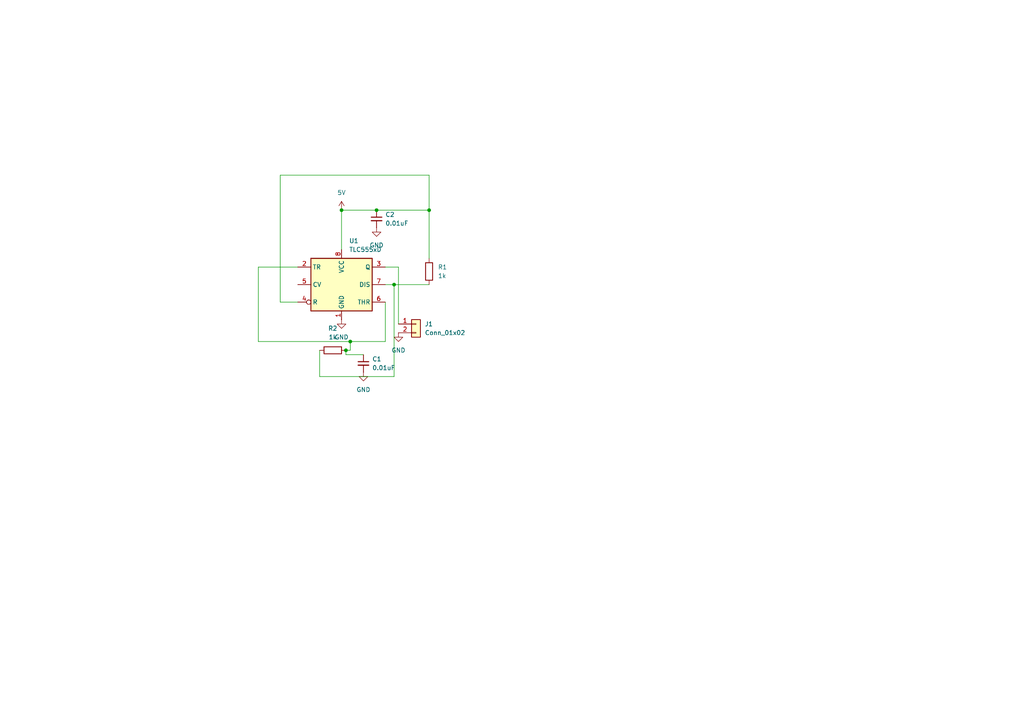
<source format=kicad_sch>
(kicad_sch
	(version 20231120)
	(generator "eeschema")
	(generator_version "8.0")
	(uuid "655388fb-6b04-4649-b615-f88732b028c7")
	(paper "A4")
	(lib_symbols
		(symbol "Connector_Generic:Conn_01x02"
			(pin_names
				(offset 1.016) hide)
			(exclude_from_sim no)
			(in_bom yes)
			(on_board yes)
			(property "Reference" "J"
				(at 0 2.54 0)
				(effects
					(font
						(size 1.27 1.27)
					)
				)
			)
			(property "Value" "Conn_01x02"
				(at 0 -5.08 0)
				(effects
					(font
						(size 1.27 1.27)
					)
				)
			)
			(property "Footprint" ""
				(at 0 0 0)
				(effects
					(font
						(size 1.27 1.27)
					)
					(hide yes)
				)
			)
			(property "Datasheet" "~"
				(at 0 0 0)
				(effects
					(font
						(size 1.27 1.27)
					)
					(hide yes)
				)
			)
			(property "Description" "Generic connector, single row, 01x02, script generated (kicad-library-utils/schlib/autogen/connector/)"
				(at 0 0 0)
				(effects
					(font
						(size 1.27 1.27)
					)
					(hide yes)
				)
			)
			(property "ki_keywords" "connector"
				(at 0 0 0)
				(effects
					(font
						(size 1.27 1.27)
					)
					(hide yes)
				)
			)
			(property "ki_fp_filters" "Connector*:*_1x??_*"
				(at 0 0 0)
				(effects
					(font
						(size 1.27 1.27)
					)
					(hide yes)
				)
			)
			(symbol "Conn_01x02_1_1"
				(rectangle
					(start -1.27 -2.413)
					(end 0 -2.667)
					(stroke
						(width 0.1524)
						(type default)
					)
					(fill
						(type none)
					)
				)
				(rectangle
					(start -1.27 0.127)
					(end 0 -0.127)
					(stroke
						(width 0.1524)
						(type default)
					)
					(fill
						(type none)
					)
				)
				(rectangle
					(start -1.27 1.27)
					(end 1.27 -3.81)
					(stroke
						(width 0.254)
						(type default)
					)
					(fill
						(type background)
					)
				)
				(pin passive line
					(at -5.08 0 0)
					(length 3.81)
					(name "Pin_1"
						(effects
							(font
								(size 1.27 1.27)
							)
						)
					)
					(number "1"
						(effects
							(font
								(size 1.27 1.27)
							)
						)
					)
				)
				(pin passive line
					(at -5.08 -2.54 0)
					(length 3.81)
					(name "Pin_2"
						(effects
							(font
								(size 1.27 1.27)
							)
						)
					)
					(number "2"
						(effects
							(font
								(size 1.27 1.27)
							)
						)
					)
				)
			)
		)
		(symbol "Device:C_Small"
			(pin_numbers hide)
			(pin_names
				(offset 0.254) hide)
			(exclude_from_sim no)
			(in_bom yes)
			(on_board yes)
			(property "Reference" "C"
				(at 0.254 1.778 0)
				(effects
					(font
						(size 1.27 1.27)
					)
					(justify left)
				)
			)
			(property "Value" "C_Small"
				(at 0.254 -2.032 0)
				(effects
					(font
						(size 1.27 1.27)
					)
					(justify left)
				)
			)
			(property "Footprint" ""
				(at 0 0 0)
				(effects
					(font
						(size 1.27 1.27)
					)
					(hide yes)
				)
			)
			(property "Datasheet" "~"
				(at 0 0 0)
				(effects
					(font
						(size 1.27 1.27)
					)
					(hide yes)
				)
			)
			(property "Description" "Unpolarized capacitor, small symbol"
				(at 0 0 0)
				(effects
					(font
						(size 1.27 1.27)
					)
					(hide yes)
				)
			)
			(property "ki_keywords" "capacitor cap"
				(at 0 0 0)
				(effects
					(font
						(size 1.27 1.27)
					)
					(hide yes)
				)
			)
			(property "ki_fp_filters" "C_*"
				(at 0 0 0)
				(effects
					(font
						(size 1.27 1.27)
					)
					(hide yes)
				)
			)
			(symbol "C_Small_0_1"
				(polyline
					(pts
						(xy -1.524 -0.508) (xy 1.524 -0.508)
					)
					(stroke
						(width 0.3302)
						(type default)
					)
					(fill
						(type none)
					)
				)
				(polyline
					(pts
						(xy -1.524 0.508) (xy 1.524 0.508)
					)
					(stroke
						(width 0.3048)
						(type default)
					)
					(fill
						(type none)
					)
				)
			)
			(symbol "C_Small_1_1"
				(pin passive line
					(at 0 2.54 270)
					(length 2.032)
					(name "~"
						(effects
							(font
								(size 1.27 1.27)
							)
						)
					)
					(number "1"
						(effects
							(font
								(size 1.27 1.27)
							)
						)
					)
				)
				(pin passive line
					(at 0 -2.54 90)
					(length 2.032)
					(name "~"
						(effects
							(font
								(size 1.27 1.27)
							)
						)
					)
					(number "2"
						(effects
							(font
								(size 1.27 1.27)
							)
						)
					)
				)
			)
		)
		(symbol "Device:R"
			(pin_numbers hide)
			(pin_names
				(offset 0)
			)
			(exclude_from_sim no)
			(in_bom yes)
			(on_board yes)
			(property "Reference" "R"
				(at 2.032 0 90)
				(effects
					(font
						(size 1.27 1.27)
					)
				)
			)
			(property "Value" "R"
				(at 0 0 90)
				(effects
					(font
						(size 1.27 1.27)
					)
				)
			)
			(property "Footprint" ""
				(at -1.778 0 90)
				(effects
					(font
						(size 1.27 1.27)
					)
					(hide yes)
				)
			)
			(property "Datasheet" "~"
				(at 0 0 0)
				(effects
					(font
						(size 1.27 1.27)
					)
					(hide yes)
				)
			)
			(property "Description" "Resistor"
				(at 0 0 0)
				(effects
					(font
						(size 1.27 1.27)
					)
					(hide yes)
				)
			)
			(property "ki_keywords" "R res resistor"
				(at 0 0 0)
				(effects
					(font
						(size 1.27 1.27)
					)
					(hide yes)
				)
			)
			(property "ki_fp_filters" "R_*"
				(at 0 0 0)
				(effects
					(font
						(size 1.27 1.27)
					)
					(hide yes)
				)
			)
			(symbol "R_0_1"
				(rectangle
					(start -1.016 -2.54)
					(end 1.016 2.54)
					(stroke
						(width 0.254)
						(type default)
					)
					(fill
						(type none)
					)
				)
			)
			(symbol "R_1_1"
				(pin passive line
					(at 0 3.81 270)
					(length 1.27)
					(name "~"
						(effects
							(font
								(size 1.27 1.27)
							)
						)
					)
					(number "1"
						(effects
							(font
								(size 1.27 1.27)
							)
						)
					)
				)
				(pin passive line
					(at 0 -3.81 90)
					(length 1.27)
					(name "~"
						(effects
							(font
								(size 1.27 1.27)
							)
						)
					)
					(number "2"
						(effects
							(font
								(size 1.27 1.27)
							)
						)
					)
				)
			)
		)
		(symbol "Timer:TLC555xD"
			(exclude_from_sim no)
			(in_bom yes)
			(on_board yes)
			(property "Reference" "U"
				(at -10.16 8.89 0)
				(effects
					(font
						(size 1.27 1.27)
					)
					(justify left)
				)
			)
			(property "Value" "TLC555xD"
				(at 2.54 8.89 0)
				(effects
					(font
						(size 1.27 1.27)
					)
					(justify left)
				)
			)
			(property "Footprint" "Package_SO:SOIC-8_3.9x4.9mm_P1.27mm"
				(at 21.59 -10.16 0)
				(effects
					(font
						(size 1.27 1.27)
					)
					(hide yes)
				)
			)
			(property "Datasheet" "http://www.ti.com/lit/ds/symlink/tlc555.pdf"
				(at 21.59 -10.16 0)
				(effects
					(font
						(size 1.27 1.27)
					)
					(hide yes)
				)
			)
			(property "Description" "Single LinCMOS Timer, 555 compatible, SOIC-8"
				(at 0 0 0)
				(effects
					(font
						(size 1.27 1.27)
					)
					(hide yes)
				)
			)
			(property "ki_keywords" "single timer 555"
				(at 0 0 0)
				(effects
					(font
						(size 1.27 1.27)
					)
					(hide yes)
				)
			)
			(property "ki_fp_filters" "SOIC*3.9x4.9mm*P1.27mm*"
				(at 0 0 0)
				(effects
					(font
						(size 1.27 1.27)
					)
					(hide yes)
				)
			)
			(symbol "TLC555xD_0_0"
				(pin power_in line
					(at 0 -10.16 90)
					(length 2.54)
					(name "GND"
						(effects
							(font
								(size 1.27 1.27)
							)
						)
					)
					(number "1"
						(effects
							(font
								(size 1.27 1.27)
							)
						)
					)
				)
				(pin power_in line
					(at 0 10.16 270)
					(length 2.54)
					(name "VCC"
						(effects
							(font
								(size 1.27 1.27)
							)
						)
					)
					(number "8"
						(effects
							(font
								(size 1.27 1.27)
							)
						)
					)
				)
			)
			(symbol "TLC555xD_0_1"
				(rectangle
					(start -8.89 -7.62)
					(end 8.89 7.62)
					(stroke
						(width 0.254)
						(type default)
					)
					(fill
						(type background)
					)
				)
				(rectangle
					(start -8.89 -7.62)
					(end 8.89 7.62)
					(stroke
						(width 0.254)
						(type default)
					)
					(fill
						(type background)
					)
				)
			)
			(symbol "TLC555xD_1_1"
				(pin input line
					(at -12.7 5.08 0)
					(length 3.81)
					(name "TR"
						(effects
							(font
								(size 1.27 1.27)
							)
						)
					)
					(number "2"
						(effects
							(font
								(size 1.27 1.27)
							)
						)
					)
				)
				(pin output line
					(at 12.7 5.08 180)
					(length 3.81)
					(name "Q"
						(effects
							(font
								(size 1.27 1.27)
							)
						)
					)
					(number "3"
						(effects
							(font
								(size 1.27 1.27)
							)
						)
					)
				)
				(pin input inverted
					(at -12.7 -5.08 0)
					(length 3.81)
					(name "R"
						(effects
							(font
								(size 1.27 1.27)
							)
						)
					)
					(number "4"
						(effects
							(font
								(size 1.27 1.27)
							)
						)
					)
				)
				(pin input line
					(at -12.7 0 0)
					(length 3.81)
					(name "CV"
						(effects
							(font
								(size 1.27 1.27)
							)
						)
					)
					(number "5"
						(effects
							(font
								(size 1.27 1.27)
							)
						)
					)
				)
				(pin input line
					(at 12.7 -5.08 180)
					(length 3.81)
					(name "THR"
						(effects
							(font
								(size 1.27 1.27)
							)
						)
					)
					(number "6"
						(effects
							(font
								(size 1.27 1.27)
							)
						)
					)
				)
				(pin input line
					(at 12.7 0 180)
					(length 3.81)
					(name "DIS"
						(effects
							(font
								(size 1.27 1.27)
							)
						)
					)
					(number "7"
						(effects
							(font
								(size 1.27 1.27)
							)
						)
					)
				)
			)
		)
		(symbol "power:GND"
			(power)
			(pin_numbers hide)
			(pin_names
				(offset 0) hide)
			(exclude_from_sim no)
			(in_bom yes)
			(on_board yes)
			(property "Reference" "#PWR"
				(at 0 -6.35 0)
				(effects
					(font
						(size 1.27 1.27)
					)
					(hide yes)
				)
			)
			(property "Value" "GND"
				(at 0 -3.81 0)
				(effects
					(font
						(size 1.27 1.27)
					)
				)
			)
			(property "Footprint" ""
				(at 0 0 0)
				(effects
					(font
						(size 1.27 1.27)
					)
					(hide yes)
				)
			)
			(property "Datasheet" ""
				(at 0 0 0)
				(effects
					(font
						(size 1.27 1.27)
					)
					(hide yes)
				)
			)
			(property "Description" "Power symbol creates a global label with name \"GND\" , ground"
				(at 0 0 0)
				(effects
					(font
						(size 1.27 1.27)
					)
					(hide yes)
				)
			)
			(property "ki_keywords" "global power"
				(at 0 0 0)
				(effects
					(font
						(size 1.27 1.27)
					)
					(hide yes)
				)
			)
			(symbol "GND_0_1"
				(polyline
					(pts
						(xy 0 0) (xy 0 -1.27) (xy 1.27 -1.27) (xy 0 -2.54) (xy -1.27 -1.27) (xy 0 -1.27)
					)
					(stroke
						(width 0)
						(type default)
					)
					(fill
						(type none)
					)
				)
			)
			(symbol "GND_1_1"
				(pin power_in line
					(at 0 0 270)
					(length 0)
					(name "~"
						(effects
							(font
								(size 1.27 1.27)
							)
						)
					)
					(number "1"
						(effects
							(font
								(size 1.27 1.27)
							)
						)
					)
				)
			)
		)
		(symbol "power:VCC"
			(power)
			(pin_numbers hide)
			(pin_names
				(offset 0) hide)
			(exclude_from_sim no)
			(in_bom yes)
			(on_board yes)
			(property "Reference" "#PWR"
				(at 0 -3.81 0)
				(effects
					(font
						(size 1.27 1.27)
					)
					(hide yes)
				)
			)
			(property "Value" "VCC"
				(at 0 3.556 0)
				(effects
					(font
						(size 1.27 1.27)
					)
				)
			)
			(property "Footprint" ""
				(at 0 0 0)
				(effects
					(font
						(size 1.27 1.27)
					)
					(hide yes)
				)
			)
			(property "Datasheet" ""
				(at 0 0 0)
				(effects
					(font
						(size 1.27 1.27)
					)
					(hide yes)
				)
			)
			(property "Description" "Power symbol creates a global label with name \"VCC\""
				(at 0 0 0)
				(effects
					(font
						(size 1.27 1.27)
					)
					(hide yes)
				)
			)
			(property "ki_keywords" "global power"
				(at 0 0 0)
				(effects
					(font
						(size 1.27 1.27)
					)
					(hide yes)
				)
			)
			(symbol "VCC_0_1"
				(polyline
					(pts
						(xy -0.762 1.27) (xy 0 2.54)
					)
					(stroke
						(width 0)
						(type default)
					)
					(fill
						(type none)
					)
				)
				(polyline
					(pts
						(xy 0 0) (xy 0 2.54)
					)
					(stroke
						(width 0)
						(type default)
					)
					(fill
						(type none)
					)
				)
				(polyline
					(pts
						(xy 0 2.54) (xy 0.762 1.27)
					)
					(stroke
						(width 0)
						(type default)
					)
					(fill
						(type none)
					)
				)
			)
			(symbol "VCC_1_1"
				(pin power_in line
					(at 0 0 90)
					(length 0)
					(name "~"
						(effects
							(font
								(size 1.27 1.27)
							)
						)
					)
					(number "1"
						(effects
							(font
								(size 1.27 1.27)
							)
						)
					)
				)
			)
		)
	)
	(junction
		(at 124.46 60.96)
		(diameter 0)
		(color 0 0 0 0)
		(uuid "2d4fca42-503c-4b71-9c72-6eb687e2e554")
	)
	(junction
		(at 101.6 99.06)
		(diameter 0)
		(color 0 0 0 0)
		(uuid "2f41e7e9-a837-43d3-baf7-45a5ea11f1e6")
	)
	(junction
		(at 109.22 60.96)
		(diameter 0)
		(color 0 0 0 0)
		(uuid "35745cde-d668-4c65-a380-3086f9b71617")
	)
	(junction
		(at 100.33 101.6)
		(diameter 0)
		(color 0 0 0 0)
		(uuid "4e48b9d4-f152-4383-8693-f7da4aaa8168")
	)
	(junction
		(at 99.06 60.96)
		(diameter 0)
		(color 0 0 0 0)
		(uuid "9668c553-32d8-4b19-a1ed-f29289d0fb5b")
	)
	(junction
		(at 114.3 82.55)
		(diameter 0)
		(color 0 0 0 0)
		(uuid "d2ae6a5a-40b4-4154-b3e2-b199a9c8a3f5")
	)
	(wire
		(pts
			(xy 99.06 60.96) (xy 109.22 60.96)
		)
		(stroke
			(width 0)
			(type default)
		)
		(uuid "03cbf92c-4fd3-44c7-ba54-0bbfe2eaba09")
	)
	(wire
		(pts
			(xy 92.71 109.22) (xy 114.3 109.22)
		)
		(stroke
			(width 0)
			(type default)
		)
		(uuid "081002b8-b7a3-45f0-9d10-4cef7bd5b15f")
	)
	(wire
		(pts
			(xy 101.6 99.06) (xy 111.76 99.06)
		)
		(stroke
			(width 0)
			(type default)
		)
		(uuid "0835c305-729c-420c-9aca-b11905a55074")
	)
	(wire
		(pts
			(xy 111.76 77.47) (xy 115.57 77.47)
		)
		(stroke
			(width 0)
			(type default)
		)
		(uuid "277bf26e-a3f6-48c7-b5f2-7b4944e89de7")
	)
	(wire
		(pts
			(xy 124.46 74.93) (xy 124.46 60.96)
		)
		(stroke
			(width 0)
			(type default)
		)
		(uuid "343ac4f7-3c93-4d0d-9dea-c6013b660ef3")
	)
	(wire
		(pts
			(xy 115.57 77.47) (xy 115.57 93.98)
		)
		(stroke
			(width 0)
			(type default)
		)
		(uuid "35e31ae9-bb0e-4878-8050-83d289571bdb")
	)
	(wire
		(pts
			(xy 100.33 101.6) (xy 100.33 102.87)
		)
		(stroke
			(width 0)
			(type default)
		)
		(uuid "500bfae4-8272-481e-9976-ca35262ae3a0")
	)
	(wire
		(pts
			(xy 86.36 77.47) (xy 74.93 77.47)
		)
		(stroke
			(width 0)
			(type default)
		)
		(uuid "65c5a5a8-70d2-425d-b64c-43be547a299f")
	)
	(wire
		(pts
			(xy 99.06 60.96) (xy 99.06 72.39)
		)
		(stroke
			(width 0)
			(type default)
		)
		(uuid "6bf064a0-aaf7-48af-a615-dc52ddcc63b3")
	)
	(wire
		(pts
			(xy 124.46 60.96) (xy 124.46 50.8)
		)
		(stroke
			(width 0)
			(type default)
		)
		(uuid "7ea6147b-3146-4989-abc9-c8cab1b7aeb8")
	)
	(wire
		(pts
			(xy 111.76 99.06) (xy 111.76 87.63)
		)
		(stroke
			(width 0)
			(type default)
		)
		(uuid "94cf9f73-347c-4172-bf30-642a10dcc60f")
	)
	(wire
		(pts
			(xy 124.46 50.8) (xy 81.28 50.8)
		)
		(stroke
			(width 0)
			(type default)
		)
		(uuid "9caaeabd-b813-4f8c-876f-81bd991e45aa")
	)
	(wire
		(pts
			(xy 81.28 50.8) (xy 81.28 87.63)
		)
		(stroke
			(width 0)
			(type default)
		)
		(uuid "9cde3a9a-e638-467c-b654-6a3df41f6fa9")
	)
	(wire
		(pts
			(xy 74.93 77.47) (xy 74.93 99.06)
		)
		(stroke
			(width 0)
			(type default)
		)
		(uuid "9cee0dbd-c985-4233-aab5-ce6e79ab6a73")
	)
	(wire
		(pts
			(xy 101.6 99.06) (xy 101.6 101.6)
		)
		(stroke
			(width 0)
			(type default)
		)
		(uuid "9d9aa8c8-461f-43ae-a4a3-2022e9691f5e")
	)
	(wire
		(pts
			(xy 100.33 102.87) (xy 105.41 102.87)
		)
		(stroke
			(width 0)
			(type default)
		)
		(uuid "a660568e-abd8-4e2a-99fa-015a910babde")
	)
	(wire
		(pts
			(xy 92.71 101.6) (xy 92.71 109.22)
		)
		(stroke
			(width 0)
			(type default)
		)
		(uuid "aa6f7a3f-0336-49ed-ba21-ad841fe9d06c")
	)
	(wire
		(pts
			(xy 74.93 99.06) (xy 101.6 99.06)
		)
		(stroke
			(width 0)
			(type default)
		)
		(uuid "aeebdcd2-f054-49c4-a179-b861a35727cf")
	)
	(wire
		(pts
			(xy 124.46 60.96) (xy 109.22 60.96)
		)
		(stroke
			(width 0)
			(type default)
		)
		(uuid "c82d03c2-79c5-437d-956b-e9b986e76667")
	)
	(wire
		(pts
			(xy 114.3 82.55) (xy 124.46 82.55)
		)
		(stroke
			(width 0)
			(type default)
		)
		(uuid "c91e54e2-64c3-4a78-9551-1257448c2a92")
	)
	(wire
		(pts
			(xy 81.28 87.63) (xy 86.36 87.63)
		)
		(stroke
			(width 0)
			(type default)
		)
		(uuid "d2753e60-484a-4743-a2d6-61cf07a7dbc1")
	)
	(wire
		(pts
			(xy 114.3 82.55) (xy 111.76 82.55)
		)
		(stroke
			(width 0)
			(type default)
		)
		(uuid "f39cb981-d2a7-4395-a55b-ba8272d1a495")
	)
	(wire
		(pts
			(xy 101.6 101.6) (xy 100.33 101.6)
		)
		(stroke
			(width 0)
			(type default)
		)
		(uuid "f6469aab-d29b-4c8d-a721-f631557e833d")
	)
	(wire
		(pts
			(xy 114.3 109.22) (xy 114.3 82.55)
		)
		(stroke
			(width 0)
			(type default)
		)
		(uuid "fd317335-f10e-4da7-afc0-23cc728ec746")
	)
	(symbol
		(lib_id "Timer:TLC555xD")
		(at 99.06 82.55 0)
		(unit 1)
		(exclude_from_sim no)
		(in_bom yes)
		(on_board yes)
		(dnp no)
		(fields_autoplaced yes)
		(uuid "1a015446-1917-44d0-8e23-5e2501ac639e")
		(property "Reference" "U1"
			(at 101.2541 69.85 0)
			(effects
				(font
					(size 1.27 1.27)
				)
				(justify left)
			)
		)
		(property "Value" "TLC555xD"
			(at 101.2541 72.39 0)
			(effects
				(font
					(size 1.27 1.27)
				)
				(justify left)
			)
		)
		(property "Footprint" "Package_SO:SOIC-8_3.9x4.9mm_P1.27mm"
			(at 120.65 92.71 0)
			(effects
				(font
					(size 1.27 1.27)
				)
				(hide yes)
			)
		)
		(property "Datasheet" "http://www.ti.com/lit/ds/symlink/tlc555.pdf"
			(at 120.65 92.71 0)
			(effects
				(font
					(size 1.27 1.27)
				)
				(hide yes)
			)
		)
		(property "Description" "Single LinCMOS Timer, 555 compatible, SOIC-8"
			(at 99.06 82.55 0)
			(effects
				(font
					(size 1.27 1.27)
				)
				(hide yes)
			)
		)
		(pin "2"
			(uuid "90e73500-1244-4138-9b05-4a2e9843f4ab")
		)
		(pin "7"
			(uuid "8e04bb71-1d34-44dc-94d3-c416674d4588")
		)
		(pin "3"
			(uuid "cf23c175-ac7b-4294-a776-fef581326c55")
		)
		(pin "5"
			(uuid "e7375a1b-1067-48a8-a6e2-430e1c141544")
		)
		(pin "4"
			(uuid "6e77d453-ef73-4b8d-8abc-9c65a37ce555")
		)
		(pin "6"
			(uuid "bc15a910-f8d0-469c-b095-fe0cdce4aa5f")
		)
		(pin "8"
			(uuid "dc72cdd8-847e-4d71-b474-95a9225843e0")
		)
		(pin "1"
			(uuid "78e2760d-16b8-4284-96c6-64600711dbc0")
		)
		(instances
			(project ""
				(path "/655388fb-6b04-4649-b615-f88732b028c7"
					(reference "U1")
					(unit 1)
				)
			)
		)
	)
	(symbol
		(lib_id "power:VCC")
		(at 99.06 60.96 0)
		(unit 1)
		(exclude_from_sim no)
		(in_bom yes)
		(on_board yes)
		(dnp no)
		(fields_autoplaced yes)
		(uuid "27d0a4b4-ec15-4287-aa18-1d6d940b7cd9")
		(property "Reference" "#PWR02"
			(at 99.06 64.77 0)
			(effects
				(font
					(size 1.27 1.27)
				)
				(hide yes)
			)
		)
		(property "Value" "5V"
			(at 99.06 55.88 0)
			(effects
				(font
					(size 1.27 1.27)
				)
			)
		)
		(property "Footprint" ""
			(at 99.06 60.96 0)
			(effects
				(font
					(size 1.27 1.27)
				)
				(hide yes)
			)
		)
		(property "Datasheet" ""
			(at 99.06 60.96 0)
			(effects
				(font
					(size 1.27 1.27)
				)
				(hide yes)
			)
		)
		(property "Description" "Power symbol creates a global label with name \"VCC\""
			(at 99.06 60.96 0)
			(effects
				(font
					(size 1.27 1.27)
				)
				(hide yes)
			)
		)
		(pin "1"
			(uuid "0ef72786-0a87-4554-a5cf-f4e2d4af607d")
		)
		(instances
			(project ""
				(path "/655388fb-6b04-4649-b615-f88732b028c7"
					(reference "#PWR02")
					(unit 1)
				)
			)
		)
	)
	(symbol
		(lib_id "power:GND")
		(at 105.41 107.95 0)
		(unit 1)
		(exclude_from_sim no)
		(in_bom yes)
		(on_board yes)
		(dnp no)
		(fields_autoplaced yes)
		(uuid "2de38ac9-e93d-45ff-8c16-4893b41870df")
		(property "Reference" "#PWR03"
			(at 105.41 114.3 0)
			(effects
				(font
					(size 1.27 1.27)
				)
				(hide yes)
			)
		)
		(property "Value" "GND"
			(at 105.41 113.03 0)
			(effects
				(font
					(size 1.27 1.27)
				)
			)
		)
		(property "Footprint" ""
			(at 105.41 107.95 0)
			(effects
				(font
					(size 1.27 1.27)
				)
				(hide yes)
			)
		)
		(property "Datasheet" ""
			(at 105.41 107.95 0)
			(effects
				(font
					(size 1.27 1.27)
				)
				(hide yes)
			)
		)
		(property "Description" "Power symbol creates a global label with name \"GND\" , ground"
			(at 105.41 107.95 0)
			(effects
				(font
					(size 1.27 1.27)
				)
				(hide yes)
			)
		)
		(pin "1"
			(uuid "fdd92f22-e8c0-4f77-907a-fc71788fd7e3")
		)
		(instances
			(project "test"
				(path "/655388fb-6b04-4649-b615-f88732b028c7"
					(reference "#PWR03")
					(unit 1)
				)
			)
		)
	)
	(symbol
		(lib_id "Device:C_Small")
		(at 109.22 63.5 0)
		(unit 1)
		(exclude_from_sim no)
		(in_bom yes)
		(on_board yes)
		(dnp no)
		(fields_autoplaced yes)
		(uuid "52d2e4ed-f392-466f-8514-b3aa33757369")
		(property "Reference" "C2"
			(at 111.76 62.2362 0)
			(effects
				(font
					(size 1.27 1.27)
				)
				(justify left)
			)
		)
		(property "Value" "0.01uF"
			(at 111.76 64.7762 0)
			(effects
				(font
					(size 1.27 1.27)
				)
				(justify left)
			)
		)
		(property "Footprint" "Capacitor_SMD:C_1206_3216Metric_Pad1.33x1.80mm_HandSolder"
			(at 109.22 63.5 0)
			(effects
				(font
					(size 1.27 1.27)
				)
				(hide yes)
			)
		)
		(property "Datasheet" "~"
			(at 109.22 63.5 0)
			(effects
				(font
					(size 1.27 1.27)
				)
				(hide yes)
			)
		)
		(property "Description" "Unpolarized capacitor, small symbol"
			(at 109.22 63.5 0)
			(effects
				(font
					(size 1.27 1.27)
				)
				(hide yes)
			)
		)
		(pin "1"
			(uuid "9cb99e31-d7ce-4b9f-95e3-e05a1e6167bf")
		)
		(pin "2"
			(uuid "242c6006-bad8-4f66-b04c-0f9d0a23fa1c")
		)
		(instances
			(project "test"
				(path "/655388fb-6b04-4649-b615-f88732b028c7"
					(reference "C2")
					(unit 1)
				)
			)
		)
	)
	(symbol
		(lib_id "Device:R")
		(at 124.46 78.74 0)
		(unit 1)
		(exclude_from_sim no)
		(in_bom yes)
		(on_board yes)
		(dnp no)
		(fields_autoplaced yes)
		(uuid "58f64ff7-e4c9-423e-ae91-980127e99bbc")
		(property "Reference" "R1"
			(at 127 77.4699 0)
			(effects
				(font
					(size 1.27 1.27)
				)
				(justify left)
			)
		)
		(property "Value" "1k"
			(at 127 80.0099 0)
			(effects
				(font
					(size 1.27 1.27)
				)
				(justify left)
			)
		)
		(property "Footprint" "Resistor_SMD:R_1206_3216Metric_Pad1.30x1.75mm_HandSolder"
			(at 122.682 78.74 90)
			(effects
				(font
					(size 1.27 1.27)
				)
				(hide yes)
			)
		)
		(property "Datasheet" "~"
			(at 124.46 78.74 0)
			(effects
				(font
					(size 1.27 1.27)
				)
				(hide yes)
			)
		)
		(property "Description" "Resistor"
			(at 124.46 78.74 0)
			(effects
				(font
					(size 1.27 1.27)
				)
				(hide yes)
			)
		)
		(pin "1"
			(uuid "068ebc96-c02d-4229-a232-51bd0fec8d94")
		)
		(pin "2"
			(uuid "5155a757-8090-4bfa-b2e6-ccd386f16cf7")
		)
		(instances
			(project ""
				(path "/655388fb-6b04-4649-b615-f88732b028c7"
					(reference "R1")
					(unit 1)
				)
			)
		)
	)
	(symbol
		(lib_id "power:GND")
		(at 115.57 96.52 0)
		(unit 1)
		(exclude_from_sim no)
		(in_bom yes)
		(on_board yes)
		(dnp no)
		(fields_autoplaced yes)
		(uuid "6a8b53ea-b51e-46c5-bb2e-351109708dde")
		(property "Reference" "#PWR06"
			(at 115.57 102.87 0)
			(effects
				(font
					(size 1.27 1.27)
				)
				(hide yes)
			)
		)
		(property "Value" "GND"
			(at 115.57 101.6 0)
			(effects
				(font
					(size 1.27 1.27)
				)
			)
		)
		(property "Footprint" ""
			(at 115.57 96.52 0)
			(effects
				(font
					(size 1.27 1.27)
				)
				(hide yes)
			)
		)
		(property "Datasheet" ""
			(at 115.57 96.52 0)
			(effects
				(font
					(size 1.27 1.27)
				)
				(hide yes)
			)
		)
		(property "Description" "Power symbol creates a global label with name \"GND\" , ground"
			(at 115.57 96.52 0)
			(effects
				(font
					(size 1.27 1.27)
				)
				(hide yes)
			)
		)
		(pin "1"
			(uuid "90ca8b69-36cd-4a6f-aac4-4c1bccfa8ebe")
		)
		(instances
			(project "test"
				(path "/655388fb-6b04-4649-b615-f88732b028c7"
					(reference "#PWR06")
					(unit 1)
				)
			)
		)
	)
	(symbol
		(lib_id "power:GND")
		(at 99.06 92.71 0)
		(unit 1)
		(exclude_from_sim no)
		(in_bom yes)
		(on_board yes)
		(dnp no)
		(fields_autoplaced yes)
		(uuid "85939137-b65d-4d72-aef5-e2c451f62417")
		(property "Reference" "#PWR05"
			(at 99.06 99.06 0)
			(effects
				(font
					(size 1.27 1.27)
				)
				(hide yes)
			)
		)
		(property "Value" "GND"
			(at 99.06 97.79 0)
			(effects
				(font
					(size 1.27 1.27)
				)
			)
		)
		(property "Footprint" ""
			(at 99.06 92.71 0)
			(effects
				(font
					(size 1.27 1.27)
				)
				(hide yes)
			)
		)
		(property "Datasheet" ""
			(at 99.06 92.71 0)
			(effects
				(font
					(size 1.27 1.27)
				)
				(hide yes)
			)
		)
		(property "Description" "Power symbol creates a global label with name \"GND\" , ground"
			(at 99.06 92.71 0)
			(effects
				(font
					(size 1.27 1.27)
				)
				(hide yes)
			)
		)
		(pin "1"
			(uuid "7f7dfe19-d916-4851-9fcd-30c448ae970f")
		)
		(instances
			(project "test"
				(path "/655388fb-6b04-4649-b615-f88732b028c7"
					(reference "#PWR05")
					(unit 1)
				)
			)
		)
	)
	(symbol
		(lib_id "Connector_Generic:Conn_01x02")
		(at 120.65 93.98 0)
		(unit 1)
		(exclude_from_sim no)
		(in_bom yes)
		(on_board yes)
		(dnp no)
		(fields_autoplaced yes)
		(uuid "8900bc85-1798-4efc-85b6-fddd27de01fa")
		(property "Reference" "J1"
			(at 123.19 93.9799 0)
			(effects
				(font
					(size 1.27 1.27)
				)
				(justify left)
			)
		)
		(property "Value" "Conn_01x02"
			(at 123.19 96.5199 0)
			(effects
				(font
					(size 1.27 1.27)
				)
				(justify left)
			)
		)
		(property "Footprint" "chris_footprint:output connector"
			(at 120.65 93.98 0)
			(effects
				(font
					(size 1.27 1.27)
				)
				(hide yes)
			)
		)
		(property "Datasheet" "~"
			(at 120.65 93.98 0)
			(effects
				(font
					(size 1.27 1.27)
				)
				(hide yes)
			)
		)
		(property "Description" "Generic connector, single row, 01x02, script generated (kicad-library-utils/schlib/autogen/connector/)"
			(at 120.65 93.98 0)
			(effects
				(font
					(size 1.27 1.27)
				)
				(hide yes)
			)
		)
		(pin "2"
			(uuid "165d2200-3e33-4275-9c27-e94d9d8a9f71")
		)
		(pin "1"
			(uuid "097ea235-7d11-464d-bd39-40eebd526341")
		)
		(instances
			(project ""
				(path "/655388fb-6b04-4649-b615-f88732b028c7"
					(reference "J1")
					(unit 1)
				)
			)
		)
	)
	(symbol
		(lib_id "power:GND")
		(at 109.22 66.04 0)
		(unit 1)
		(exclude_from_sim no)
		(in_bom yes)
		(on_board yes)
		(dnp no)
		(fields_autoplaced yes)
		(uuid "cbc27e8f-061a-453e-bdf0-31af769575e5")
		(property "Reference" "#PWR01"
			(at 109.22 72.39 0)
			(effects
				(font
					(size 1.27 1.27)
				)
				(hide yes)
			)
		)
		(property "Value" "GND"
			(at 109.22 71.12 0)
			(effects
				(font
					(size 1.27 1.27)
				)
			)
		)
		(property "Footprint" ""
			(at 109.22 66.04 0)
			(effects
				(font
					(size 1.27 1.27)
				)
				(hide yes)
			)
		)
		(property "Datasheet" ""
			(at 109.22 66.04 0)
			(effects
				(font
					(size 1.27 1.27)
				)
				(hide yes)
			)
		)
		(property "Description" "Power symbol creates a global label with name \"GND\" , ground"
			(at 109.22 66.04 0)
			(effects
				(font
					(size 1.27 1.27)
				)
				(hide yes)
			)
		)
		(pin "1"
			(uuid "9c545c13-253b-4563-9954-7b85d9d47e0a")
		)
		(instances
			(project ""
				(path "/655388fb-6b04-4649-b615-f88732b028c7"
					(reference "#PWR01")
					(unit 1)
				)
			)
		)
	)
	(symbol
		(lib_id "Device:C_Small")
		(at 105.41 105.41 0)
		(unit 1)
		(exclude_from_sim no)
		(in_bom yes)
		(on_board yes)
		(dnp no)
		(fields_autoplaced yes)
		(uuid "d819c038-9da0-462f-be57-4cab95c5a59d")
		(property "Reference" "C1"
			(at 107.95 104.1462 0)
			(effects
				(font
					(size 1.27 1.27)
				)
				(justify left)
			)
		)
		(property "Value" "0.01uF"
			(at 107.95 106.6862 0)
			(effects
				(font
					(size 1.27 1.27)
				)
				(justify left)
			)
		)
		(property "Footprint" "Capacitor_SMD:C_1206_3216Metric_Pad1.33x1.80mm_HandSolder"
			(at 105.41 105.41 0)
			(effects
				(font
					(size 1.27 1.27)
				)
				(hide yes)
			)
		)
		(property "Datasheet" "~"
			(at 105.41 105.41 0)
			(effects
				(font
					(size 1.27 1.27)
				)
				(hide yes)
			)
		)
		(property "Description" "Unpolarized capacitor, small symbol"
			(at 105.41 105.41 0)
			(effects
				(font
					(size 1.27 1.27)
				)
				(hide yes)
			)
		)
		(pin "1"
			(uuid "cab2f378-94ae-4cca-89ac-87343f1f2823")
		)
		(pin "2"
			(uuid "7b8bbc9e-575b-4355-a8ac-d409d74a5aad")
		)
		(instances
			(project ""
				(path "/655388fb-6b04-4649-b615-f88732b028c7"
					(reference "C1")
					(unit 1)
				)
			)
		)
	)
	(symbol
		(lib_id "Device:R")
		(at 96.52 101.6 90)
		(unit 1)
		(exclude_from_sim no)
		(in_bom yes)
		(on_board yes)
		(dnp no)
		(fields_autoplaced yes)
		(uuid "db1d2539-7176-4367-a004-cd5e2c994eff")
		(property "Reference" "R2"
			(at 96.52 95.25 90)
			(effects
				(font
					(size 1.27 1.27)
				)
			)
		)
		(property "Value" "1k"
			(at 96.52 97.79 90)
			(effects
				(font
					(size 1.27 1.27)
				)
			)
		)
		(property "Footprint" "Resistor_SMD:R_1206_3216Metric_Pad1.30x1.75mm_HandSolder"
			(at 96.52 103.378 90)
			(effects
				(font
					(size 1.27 1.27)
				)
				(hide yes)
			)
		)
		(property "Datasheet" "~"
			(at 96.52 101.6 0)
			(effects
				(font
					(size 1.27 1.27)
				)
				(hide yes)
			)
		)
		(property "Description" "Resistor"
			(at 96.52 101.6 0)
			(effects
				(font
					(size 1.27 1.27)
				)
				(hide yes)
			)
		)
		(pin "1"
			(uuid "9d300438-de72-4e07-8aaa-e5b91812b6fa")
		)
		(pin "2"
			(uuid "bbfc1347-5472-4f3b-a403-4884d1648b9b")
		)
		(instances
			(project "test"
				(path "/655388fb-6b04-4649-b615-f88732b028c7"
					(reference "R2")
					(unit 1)
				)
			)
		)
	)
	(sheet_instances
		(path "/"
			(page "1")
		)
	)
)

</source>
